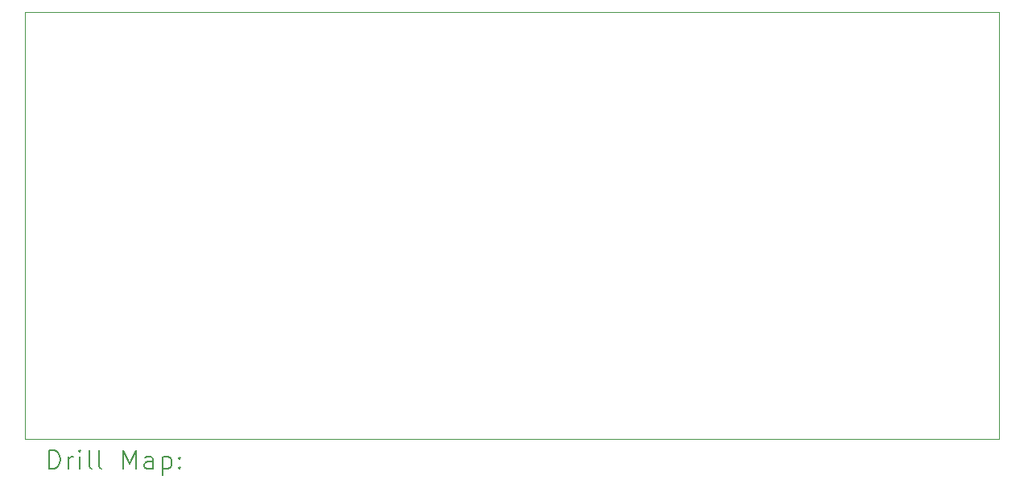
<source format=gbr>
%TF.GenerationSoftware,KiCad,Pcbnew,8.0.9-8.0.9-0~ubuntu22.04.1*%
%TF.CreationDate,2025-12-20T23:57:57-07:00*%
%TF.ProjectId,ESC_KiCAD,4553435f-4b69-4434-9144-2e6b69636164,A*%
%TF.SameCoordinates,Original*%
%TF.FileFunction,Drillmap*%
%TF.FilePolarity,Positive*%
%FSLAX45Y45*%
G04 Gerber Fmt 4.5, Leading zero omitted, Abs format (unit mm)*
G04 Created by KiCad (PCBNEW 8.0.9-8.0.9-0~ubuntu22.04.1) date 2025-12-20 23:57:57*
%MOMM*%
%LPD*%
G01*
G04 APERTURE LIST*
%ADD10C,0.050000*%
%ADD11C,0.200000*%
G04 APERTURE END LIST*
D10*
X12060000Y-6740000D02*
X22310000Y-6740000D01*
X22310000Y-11240000D01*
X12060000Y-11240000D01*
X12060000Y-6740000D01*
D11*
X12318277Y-11553984D02*
X12318277Y-11353984D01*
X12318277Y-11353984D02*
X12365896Y-11353984D01*
X12365896Y-11353984D02*
X12394467Y-11363508D01*
X12394467Y-11363508D02*
X12413515Y-11382555D01*
X12413515Y-11382555D02*
X12423039Y-11401603D01*
X12423039Y-11401603D02*
X12432562Y-11439698D01*
X12432562Y-11439698D02*
X12432562Y-11468269D01*
X12432562Y-11468269D02*
X12423039Y-11506365D01*
X12423039Y-11506365D02*
X12413515Y-11525412D01*
X12413515Y-11525412D02*
X12394467Y-11544460D01*
X12394467Y-11544460D02*
X12365896Y-11553984D01*
X12365896Y-11553984D02*
X12318277Y-11553984D01*
X12518277Y-11553984D02*
X12518277Y-11420650D01*
X12518277Y-11458746D02*
X12527801Y-11439698D01*
X12527801Y-11439698D02*
X12537324Y-11430174D01*
X12537324Y-11430174D02*
X12556372Y-11420650D01*
X12556372Y-11420650D02*
X12575420Y-11420650D01*
X12642086Y-11553984D02*
X12642086Y-11420650D01*
X12642086Y-11353984D02*
X12632562Y-11363508D01*
X12632562Y-11363508D02*
X12642086Y-11373031D01*
X12642086Y-11373031D02*
X12651610Y-11363508D01*
X12651610Y-11363508D02*
X12642086Y-11353984D01*
X12642086Y-11353984D02*
X12642086Y-11373031D01*
X12765896Y-11553984D02*
X12746848Y-11544460D01*
X12746848Y-11544460D02*
X12737324Y-11525412D01*
X12737324Y-11525412D02*
X12737324Y-11353984D01*
X12870658Y-11553984D02*
X12851610Y-11544460D01*
X12851610Y-11544460D02*
X12842086Y-11525412D01*
X12842086Y-11525412D02*
X12842086Y-11353984D01*
X13099229Y-11553984D02*
X13099229Y-11353984D01*
X13099229Y-11353984D02*
X13165896Y-11496841D01*
X13165896Y-11496841D02*
X13232562Y-11353984D01*
X13232562Y-11353984D02*
X13232562Y-11553984D01*
X13413515Y-11553984D02*
X13413515Y-11449222D01*
X13413515Y-11449222D02*
X13403991Y-11430174D01*
X13403991Y-11430174D02*
X13384943Y-11420650D01*
X13384943Y-11420650D02*
X13346848Y-11420650D01*
X13346848Y-11420650D02*
X13327801Y-11430174D01*
X13413515Y-11544460D02*
X13394467Y-11553984D01*
X13394467Y-11553984D02*
X13346848Y-11553984D01*
X13346848Y-11553984D02*
X13327801Y-11544460D01*
X13327801Y-11544460D02*
X13318277Y-11525412D01*
X13318277Y-11525412D02*
X13318277Y-11506365D01*
X13318277Y-11506365D02*
X13327801Y-11487317D01*
X13327801Y-11487317D02*
X13346848Y-11477793D01*
X13346848Y-11477793D02*
X13394467Y-11477793D01*
X13394467Y-11477793D02*
X13413515Y-11468269D01*
X13508753Y-11420650D02*
X13508753Y-11620650D01*
X13508753Y-11430174D02*
X13527801Y-11420650D01*
X13527801Y-11420650D02*
X13565896Y-11420650D01*
X13565896Y-11420650D02*
X13584943Y-11430174D01*
X13584943Y-11430174D02*
X13594467Y-11439698D01*
X13594467Y-11439698D02*
X13603991Y-11458746D01*
X13603991Y-11458746D02*
X13603991Y-11515888D01*
X13603991Y-11515888D02*
X13594467Y-11534936D01*
X13594467Y-11534936D02*
X13584943Y-11544460D01*
X13584943Y-11544460D02*
X13565896Y-11553984D01*
X13565896Y-11553984D02*
X13527801Y-11553984D01*
X13527801Y-11553984D02*
X13508753Y-11544460D01*
X13689705Y-11534936D02*
X13699229Y-11544460D01*
X13699229Y-11544460D02*
X13689705Y-11553984D01*
X13689705Y-11553984D02*
X13680182Y-11544460D01*
X13680182Y-11544460D02*
X13689705Y-11534936D01*
X13689705Y-11534936D02*
X13689705Y-11553984D01*
X13689705Y-11430174D02*
X13699229Y-11439698D01*
X13699229Y-11439698D02*
X13689705Y-11449222D01*
X13689705Y-11449222D02*
X13680182Y-11439698D01*
X13680182Y-11439698D02*
X13689705Y-11430174D01*
X13689705Y-11430174D02*
X13689705Y-11449222D01*
M02*

</source>
